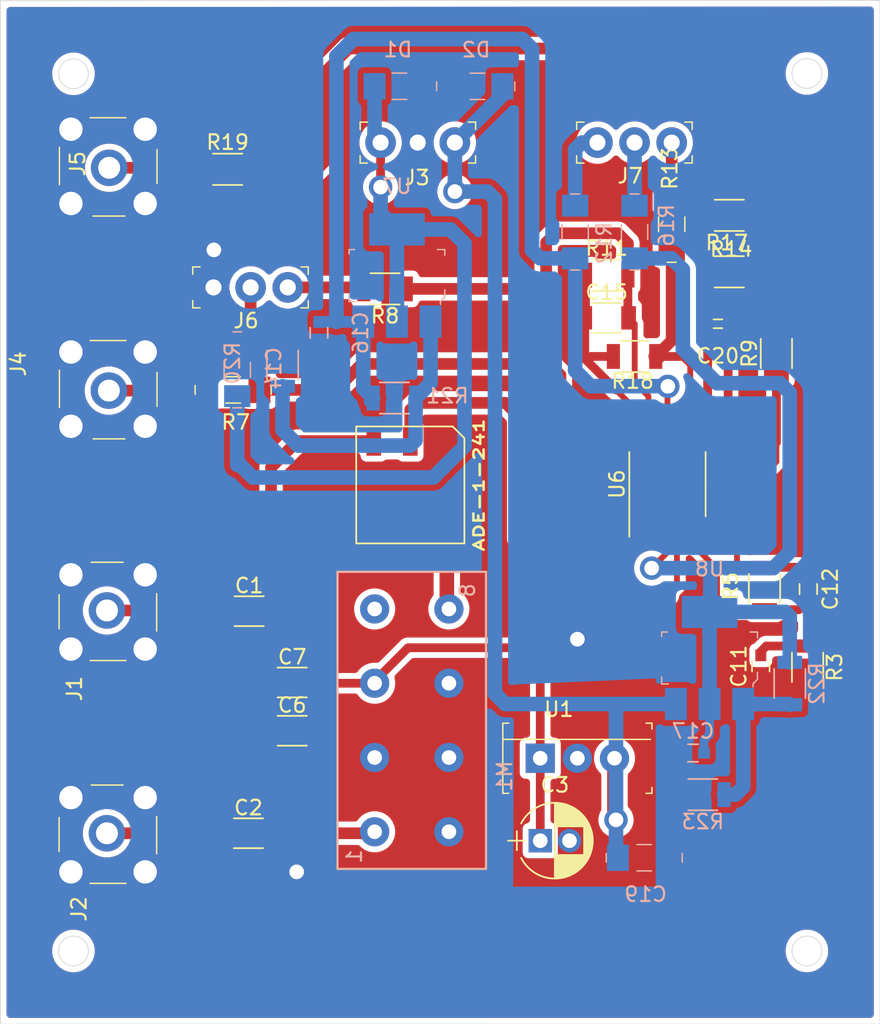
<source format=kicad_pcb>
(kicad_pcb (version 20171130) (host pcbnew "(5.1.10)-1")
  (layers (0 F.Cu signal) (31 B.Cu signal) (34 B.Paste user) (35 F.Paste user hide) (36 B.SilkS user) (37 F.SilkS user hide) (38 B.Mask user) (39 F.Mask user hide) (44 Edge.Cuts user))
  (net 0 "")
  (net 1 GND)
  (net 2 +5V)
  (net 3 -5V)
  (net 4 "Net-(C1-Pad1)")
  (net 5 "Net-(C2-Pad1)")
  (net 6 "Net-(C2-Pad2)")
  (net 7 +12V)
  (net 8 -15V)
  (net 9 +15V)
  (net 10 "Net-(C15-Pad1)")
  (net 11 "Net-(C15-Pad2)")
  (net 12 "Net-(R9-Pad1)")
  (net 13 "Net-(R13-Pad1)")
  (net 14 "Net-(C11-Pad2)")
  (net 15 "Net-(C12-Pad1)")
  (net 16 "Net-(J4-Pad2)")
  (net 17 "Net-(J5-Pad2)")
  (net 18 "Net-(R22-Pad1)")
  (net 19 "Net-(ADE-1-241-Pad3)")
  (net 20 "Net-(ADE-1-241-Pad2)")
  (net 21 "Net-(ADE-1-241-Pad6)")
  (net 22 "Net-(C20-Pad2)")
  (net 23 "Net-(C20-Pad1)")
  (net 24 "Net-(R20-Pad1)")
  (net 25 "Net-(J6-Pad1)")
  (net 26 "Net-(J7-Pad1)")
  (net 27 "Net-(J7-Pad2)")
  (net 28 "Net-(J7-Pad3)")
  (module Minicircuit:A05 (layer B.Cu) (at 153.8874 117.4448 90)
    (fp_text reference M1 (at 3.81 3.81 90) (layer B.SilkS) (effects (justify mirror)))
    (fp_text value MAN1LN-mc-amplifiers)
    (fp_text user 8 (at 16.51 1.27 90) (layer B.SilkS) (effects (justify mirror)))
    (fp_text user 1 (at -1.69 -6.47 90) (layer B.SilkS) (effects (justify mirror)))
    (pad 7 thru_hole circle (at 15.24 -5.08 90) (size 2 2) (drill 1) (layers *.Cu *.Mask))
    (pad 5 thru_hole circle (at 10.16 -5.08 90) (size 2 2) (drill 1) (layers *.Cu *.Mask) (net 7 +12V))
    (pad 3 thru_hole circle (at 5.08 -5.08 90) (size 2 2) (drill 1) (layers *.Cu *.Mask) (net 1 GND))
    (pad 1 thru_hole circle (at 0 -5.08 90) (size 2 2) (drill 1) (layers *.Cu *.Mask) (net 6 "Net-(C2-Pad2)"))
    (pad 8 thru_hole circle (at 15.24 0 90) (size 2 2) (drill 1) (layers *.Cu *.Mask) (net 21 "Net-(ADE-1-241-Pad6)"))
    (pad 6 thru_hole circle (at 10.16 0 90) (size 2 2) (drill 1) (layers *.Cu *.Mask) (net 1 GND))
    (pad 4 thru_hole circle (at 5.08 0 90) (size 2 2) (drill 1) (layers *.Cu *.Mask) (net 1 GND))
    (pad 2 thru_hole circle (at 0 0 90) (size 2 2) (drill 1) (layers *.Cu *.Mask) (net 1 GND))
  )
  (module Package_SO:TSSOP-14_4.4x5mm_P0.65mm (layer F.Cu) (at 168.83784 93.66778 90)
    (fp_text reference U6 (at 0 -3.45 90) (layer F.SilkS))
    (fp_text value OPA1604)
    (pad 14 smd roundrect (at 2.8625 -1.95 90) (size 1.475 0.4) (layers F.Cu F.Paste F.Mask) (net 10 "Net-(C15-Pad1)"))
    (pad 13 smd roundrect (at 2.8625 -1.3 90) (size 1.475 0.4) (layers F.Cu F.Paste F.Mask) (net 11 "Net-(C15-Pad2)"))
    (pad 12 smd roundrect (at 2.8625 -0.65 90) (size 1.475 0.4) (layers F.Cu F.Paste F.Mask) (net 12 "Net-(R9-Pad1)"))
    (pad 11 smd roundrect (at 2.8625 0 90) (size 1.475 0.4) (layers F.Cu F.Paste F.Mask) (net 3 -5V))
    (pad 10 smd roundrect (at 2.8625 0.65 90) (size 1.475 0.4) (layers F.Cu F.Paste F.Mask) (net 13 "Net-(R13-Pad1)"))
    (pad 9 smd roundrect (at 2.8625 1.3 90) (size 1.475 0.4) (layers F.Cu F.Paste F.Mask) (net 22 "Net-(C20-Pad2)"))
    (pad 8 smd roundrect (at 2.8625 1.95 90) (size 1.475 0.4) (layers F.Cu F.Paste F.Mask) (net 23 "Net-(C20-Pad1)"))
    (pad 7 smd roundrect (at -2.8625 1.95 90) (size 1.475 0.4) (layers F.Cu F.Paste F.Mask) (net 15 "Net-(C12-Pad1)"))
    (pad 6 smd roundrect (at -2.8625 1.3 90) (size 1.475 0.4) (layers F.Cu F.Paste F.Mask) (net 14 "Net-(C11-Pad2)"))
    (pad 5 smd roundrect (at -2.8625 0.65 90) (size 1.475 0.4) (layers F.Cu F.Paste F.Mask) (net 20 "Net-(ADE-1-241-Pad2)"))
    (pad 4 smd roundrect (at -2.8625 0 90) (size 1.475 0.4) (layers F.Cu F.Paste F.Mask) (net 2 +5V))
    (pad 3 smd roundrect (at -2.8625 -0.65 90) (size 1.475 0.4) (layers F.Cu F.Paste F.Mask))
    (pad 2 smd roundrect (at -2.8625 -1.3 90) (size 1.475 0.4) (layers F.Cu F.Paste F.Mask))
    (pad 1 smd roundrect (at -2.8625 -1.95 90) (size 1.475 0.4) (layers F.Cu F.Paste F.Mask))
  )
  (module PDH-simplified:Photodiode_1206 (layer B.Cu) (at 155.84574 66.4543 180)
    (fp_text reference D2 (at 0.1 2.5) (layer B.SilkS) (effects (justify mirror)))
    (fp_text value D)
    (pad A smd rect (at 1.7 0 180) (size 1.5 1.8) (layers B.Cu B.Paste B.Mask) (net 1 GND))
    (pad K smd rect (at -1.7 0 180) (size 1.5 1.8) (layers B.Cu B.Paste B.Mask) (net 9 +15V))
  )
  (module PDH-simplified:Photodiode_1206 (layer B.Cu) (at 150.49904 66.44922 180)
    (fp_text reference D1 (at 0.1 2.5) (layer B.SilkS) (effects (justify mirror)))
    (fp_text value D)
    (pad A smd rect (at 1.7 0 180) (size 1.5 1.8) (layers B.Cu B.Paste B.Mask) (net 8 -15V))
    (pad K smd rect (at -1.7 0 180) (size 1.5 1.8) (layers B.Cu B.Paste B.Mask) (net 1 GND))
  )
  (module digikey-footprints.pretty:1206 (layer F.Cu) (at 169.1274 75.8904 90)
    (fp_text reference R13 (at 3.81 -0.13 90) (layer F.SilkS))
    (fp_text value 10kR)
    (pad 2 smd rect (at 1.8 0 90) (size 1.5 1.8) (layers F.Cu F.Paste F.Mask) (net 26 "Net-(J7-Pad1)"))
    (pad 1 smd rect (at -1.8 0 90) (size 1.5 1.8) (layers F.Cu F.Paste F.Mask) (net 13 "Net-(R13-Pad1)"))
  )
  (module digikey-footprints.pretty:1206 (layer B.Cu) (at 162.5234 76.4204 90)
    (fp_text reference R12 (at -0.762 1.9812 270) (layer B.SilkS) (effects (justify mirror)))
    (fp_text value 5kR)
    (pad 2 smd rect (at 1.8 0 90) (size 1.5 1.8) (layers B.Cu B.Paste B.Mask) (net 28 "Net-(J7-Pad3)"))
    (pad 1 smd rect (at -1.8 0 90) (size 1.5 1.8) (layers B.Cu B.Paste B.Mask) (net 3 -5V))
  )
  (module digikey-footprints.pretty:1206 (layer B.Cu) (at 166.5874 76.4204 90)
    (fp_text reference R16 (at 0.4572 2.1844 90) (layer B.SilkS) (effects (justify mirror)))
    (fp_text value 5kR)
    (pad 2 smd rect (at 1.8 0 90) (size 1.5 1.8) (layers B.Cu B.Paste B.Mask) (net 27 "Net-(J7-Pad2)"))
    (pad 1 smd rect (at -1.8 0 90) (size 1.5 1.8) (layers B.Cu B.Paste B.Mask) (net 2 +5V))
  )
  (module PDH-simplified:TO-220-3 (layer F.Cu) (at 160.1358 112.4156)
    (fp_text reference U1 (at 1.27 -3.35) (layer F.SilkS))
    (fp_text value LM78L12_TO92)
    (pad 3 thru_hole circle (at 5.08 0) (size 2 2) (drill 1) (layers *.Cu *.Mask) (net 9 +15V))
    (pad 2 thru_hole circle (at 2.54 0) (size 2 2) (drill 1) (layers *.Cu *.Mask) (net 1 GND))
    (pad 1 thru_hole rect (at 0 0) (size 2 2) (drill 1) (layers *.Cu *.Mask) (net 7 +12V))
  )
  (module digikey-footprints.pretty:1206 (layer F.Cu) (at 139.1266 87.2188)
    (fp_text reference R7 (at 0.1778 2.2098 -180) (layer F.SilkS))
    (fp_text value 50R)
    (pad 2 smd rect (at 1.8 0) (size 1.5 1.8) (layers F.Cu F.Paste F.Mask) (net 15 "Net-(C12-Pad1)"))
    (pad 1 smd rect (at -1.8 0) (size 1.5 1.8) (layers F.Cu F.Paste F.Mask) (net 16 "Net-(J4-Pad2)"))
  )
  (module digikey-footprints.pretty:1206 (layer B.Cu) (at 139.4094 85.8472 90)
    (fp_text reference C14 (at 0.1 2.5 270) (layer B.SilkS) (effects (justify mirror)))
    (fp_text value 1uF)
    (pad 2 smd rect (at 1.8 0 90) (size 1.5 1.8) (layers B.Cu B.Paste B.Mask) (net 1 GND))
    (pad 1 smd rect (at -1.8 0 90) (size 1.5 1.8) (layers B.Cu B.Paste B.Mask) (net 8 -15V))
  )
  (module PDH-simplified:SOT-223 (layer B.Cu) (at 171.7182 105.5576 180)
    (fp_text reference U8 (at 0 6.1 180) (layer B.SilkS) (effects (justify mirror)))
    (fp_text value LM317_SOT-223)
    (pad 4 smd rect (at 0 3.15 180) (size 3.8 2.2) (layers B.Cu B.Paste B.Mask) (net 2 +5V))
    (pad 1 smd rect (at -2.3 -3.15 180) (size 1.5 2.2) (layers B.Cu B.Paste B.Mask) (net 18 "Net-(R22-Pad1)"))
    (pad 2 smd rect (at 0 -3.15 180) (size 1.5 2.2) (layers B.Cu B.Paste B.Mask) (net 2 +5V))
    (pad 3 smd rect (at 2.3 -3.15 180) (size 1.5 2.2) (layers B.Cu B.Paste B.Mask) (net 9 +15V))
  )
  (module PDH-simplified:SOT-223 (layer B.Cu) (at 150.3314 79.3956 180)
    (fp_text reference U7 (at 0 6.1) (layer B.SilkS) (effects (justify mirror)))
    (fp_text value LM337_SOT223)
    (pad 4 smd rect (at 0 3.15 180) (size 3.8 2.2) (layers B.Cu B.Paste B.Mask) (net 8 -15V))
    (pad 1 smd rect (at -2.3 -3.15 180) (size 1.5 2.2) (layers B.Cu B.Paste B.Mask) (net 24 "Net-(R20-Pad1)"))
    (pad 2 smd rect (at 0 -3.15 180) (size 1.5 2.2) (layers B.Cu B.Paste B.Mask) (net 8 -15V))
    (pad 3 smd rect (at 2.3 -3.15 180) (size 1.5 2.2) (layers B.Cu B.Paste B.Mask) (net 3 -5V))
  )
  (module digikey-footprints.pretty:0603 (layer F.Cu) (at 172.2882 82.6976 180)
    (fp_text reference C20 (at 0 -2.2) (layer F.SilkS))
    (fp_text value 1nF)
    (pad 1 smd rect (at -0.7 0 180) (size 0.6 0.8) (layers F.Cu F.Paste F.Mask) (net 23 "Net-(C20-Pad1)"))
    (pad 2 smd rect (at 0.7 0 180) (size 0.6 0.8) (layers F.Cu F.Paste F.Mask) (net 22 "Net-(C20-Pad2)"))
  )
  (module digikey-footprints.pretty:1206 (layer B.Cu) (at 167.2478 119.2228)
    (fp_text reference C19 (at 0.1 2.5 180) (layer B.SilkS) (effects (justify mirror)))
    (fp_text value 1uF)
    (pad 2 smd rect (at 1.8 0) (size 1.5 1.8) (layers B.Cu B.Paste B.Mask) (net 1 GND))
    (pad 1 smd rect (at -1.8 0) (size 1.5 1.8) (layers B.Cu B.Paste B.Mask) (net 9 +15V))
  )
  (module digikey-footprints.pretty:PinHeader_1x3_P2.54_Drill1.1mm (layer F.Cu) (at 142.8638 80.2084 180)
    (fp_text reference J6 (at 2.85 -2.28) (layer F.SilkS))
    (fp_text value Conn_01x03_Male)
    (pad 3 thru_hole circle (at 5.08 0 180) (size 2.1 2.1) (drill 1.1) (layers *.Cu *.Mask) (net 1 GND))
    (pad 2 thru_hole circle (at 2.54 0 180) (size 2.1 2.1) (drill 1.1) (layers *.Cu *.Mask) (net 16 "Net-(J4-Pad2)"))
    (pad 1 thru_hole circle (at 0 0 180) (size 2.1 2.1) (drill 1.1) (layers *.Cu *.Mask) (net 25 "Net-(J6-Pad1)"))
  )
  (module digikey-footprints.pretty:PinHeader_1x3_P2.54_Drill1.1mm (layer F.Cu) (at 169.1274 70.3024 180)
    (fp_text reference J7 (at 2.85 -2.28) (layer F.SilkS))
    (fp_text value Conn_01x03_Male)
    (pad 3 thru_hole circle (at 5.08 0 180) (size 2.1 2.1) (drill 1.1) (layers *.Cu *.Mask) (net 28 "Net-(J7-Pad3)"))
    (pad 2 thru_hole circle (at 2.54 0 180) (size 2.1 2.1) (drill 1.1) (layers *.Cu *.Mask) (net 27 "Net-(J7-Pad2)"))
    (pad 1 thru_hole circle (at 0 0 180) (size 2.1 2.1) (drill 1.1) (layers *.Cu *.Mask) (net 26 "Net-(J7-Pad1)"))
  )
  (module digikey-footprints:PinHeader_1x3_P2.54_Drill1.1mm (layer F.Cu) (at 149.2138 70.3024)
    (fp_text reference J3 (at 2.5 2.4) (layer F.SilkS))
    (fp_text value Conn_01x03_Male)
    (pad 1 thru_hole circle (at 0 0) (size 2.1 2.1) (drill 1.1) (layers *.Cu *.Mask) (net 8 -15V))
    (pad 2 thru_hole circle (at 2.54 0) (size 2.1 2.1) (drill 1.1) (layers *.Cu *.Mask) (net 1 GND))
    (pad 3 thru_hole circle (at 5.08 0) (size 2.1 2.1) (drill 1.1) (layers *.Cu *.Mask) (net 9 +15V))
  )
  (module digikey-footprints:RF_SMA_Vertical_5-1814832-1 (layer F.Cu) (at 130.5702 102.408 90)
    (fp_text reference J1 (at -5.25 -2.3 90) (layer F.SilkS))
    (fp_text value Conn_Coaxial)
    (pad 1 thru_hole circle (at -2.54 2.54 90) (size 2.6 2.6) (drill 1.6) (layers *.Cu *.Mask) (net 1 GND))
    (pad 1 thru_hole circle (at 2.54 2.54 90) (size 2.6 2.6) (drill 1.6) (layers *.Cu *.Mask) (net 1 GND))
    (pad 1 thru_hole circle (at 2.54 -2.54 90) (size 2.6 2.6) (drill 1.6) (layers *.Cu *.Mask) (net 1 GND))
    (pad 1 thru_hole circle (at -2.54 -2.54 90) (size 2.6 2.6) (drill 1.6) (layers *.Cu *.Mask) (net 1 GND))
    (pad 2 thru_hole circle (at 0.1 -0.075 90) (size 2.5 2.5) (drill 1.5) (layers *.Cu *.Mask) (net 4 "Net-(C1-Pad1)"))
  )
  (module Resistors_SMD:R_1206 (layer B.Cu) (at 142.5082 85.5192 90)
    (fp_text reference R20 (at 0.127 -3.429 270) (layer B.SilkS) (effects (justify mirror)))
    (fp_text value -kR)
    (pad 2 smd rect (at 1.45 0 90) (size 0.9 1.7) (layers B.Cu B.Paste B.Mask) (net 1 GND))
    (pad 1 smd rect (at -1.45 0 90) (size 0.9 1.7) (layers B.Cu B.Paste B.Mask) (net 24 "Net-(R20-Pad1)"))
  )
  (module Resistors_SMD:R_1206 (layer F.Cu) (at 178.4238 106.1904 270)
    (fp_text reference R3 (at 0 -1.85 90) (layer F.SilkS))
    (fp_text value 5.1kR)
    (pad 1 smd rect (at -1.45 0 270) (size 0.9 1.7) (layers F.Cu F.Paste F.Mask) (net 14 "Net-(C11-Pad2)"))
    (pad 2 smd rect (at 1.45 0 270) (size 0.9 1.7) (layers F.Cu F.Paste F.Mask) (net 1 GND))
  )
  (module Resistors_SMD:R_1206 (layer F.Cu) (at 138.749 72.1312)
    (fp_text reference R19 (at 0 -1.85) (layer F.SilkS))
    (fp_text value 50R)
    (pad 1 smd rect (at -1.45 0) (size 0.9 1.7) (layers F.Cu F.Paste F.Mask) (net 17 "Net-(J5-Pad2)"))
    (pad 2 smd rect (at 1.45 0) (size 0.9 1.7) (layers F.Cu F.Paste F.Mask) (net 23 "Net-(C20-Pad1)"))
  )
  (module PDH-simplified:ADE-1-24 (layer F.Cu) (at 151.2458 93.7212 180)
    (fp_text reference ADE-1-241 (at -4.7 0 90) (layer F.SilkS) (effects (font (size 0.7 1) (thickness 0.175))))
    (fp_text value ADE-1-24)
    (pad 3 smd rect (at 2.5 3 180) (size 1 2) (layers F.Cu F.Paste F.Mask) (net 19 "Net-(ADE-1-241-Pad3)"))
    (pad 4 smd rect (at 2.5 -3 180) (size 1 2) (layers F.Cu F.Paste F.Mask) (net 1 GND))
    (pad 2 smd rect (at 0 3 180) (size 1 2) (layers F.Cu F.Paste F.Mask) (net 20 "Net-(ADE-1-241-Pad2)"))
    (pad 5 smd rect (at 0 -3 180) (size 1 2) (layers F.Cu F.Paste F.Mask) (net 1 GND))
    (pad 1 smd rect (at -2.5 3 180) (size 1 2) (layers F.Cu F.Paste F.Mask) (net 1 GND))
    (pad 6 smd rect (at -2.5 -3 180) (size 1 2) (layers F.Cu F.Paste F.Mask) (net 21 "Net-(ADE-1-241-Pad6)"))
  )
  (module Resistors_SMD:R_1206 (layer B.Cu) (at 171.261 114.9048)
    (fp_text reference R23 (at 0 1.85 180) (layer B.SilkS) (effects (justify mirror)))
    (fp_text value -kR)
    (pad 1 smd rect (at -1.45 0) (size 0.9 1.7) (layers B.Cu B.Paste B.Mask) (net 1 GND))
    (pad 2 smd rect (at 1.45 0) (size 0.9 1.7) (layers B.Cu B.Paste B.Mask) (net 18 "Net-(R22-Pad1)"))
  )
  (module Resistors_SMD:R_1206 (layer B.Cu) (at 177.2046 107.308 90)
    (fp_text reference R22 (at 0 1.85 270) (layer B.SilkS) (effects (justify mirror)))
    (fp_text value -kR)
    (pad 1 smd rect (at -1.45 0 90) (size 0.9 1.7) (layers B.Cu B.Paste B.Mask) (net 18 "Net-(R22-Pad1)"))
    (pad 2 smd rect (at 1.45 0 90) (size 0.9 1.7) (layers B.Cu B.Paste B.Mask) (net 2 +5V))
  )
  (module Resistors_SMD:R_1206 (layer B.Cu) (at 150.1558 87.7776 180)
    (fp_text reference R21 (at -3.63 0.15 180) (layer B.SilkS) (effects (justify mirror)))
    (fp_text value -kR)
    (pad 2 smd rect (at 1.45 0 180) (size 0.9 1.7) (layers B.Cu B.Paste B.Mask) (net 3 -5V))
    (pad 1 smd rect (at -1.45 0 180) (size 0.9 1.7) (layers B.Cu B.Paste B.Mask) (net 24 "Net-(R20-Pad1)"))
  )
  (module Resistors_SMD:R_1206 (layer F.Cu) (at 166.5874 84.9328 180)
    (fp_text reference R18 (at 0.13 -1.69) (layer F.SilkS))
    (fp_text value 10kR)
    (pad 1 smd rect (at -1.45 0 180) (size 0.9 1.7) (layers F.Cu F.Paste F.Mask) (net 13 "Net-(R13-Pad1)"))
    (pad 2 smd rect (at 1.45 0 180) (size 0.9 1.7) (layers F.Cu F.Paste F.Mask) (net 10 "Net-(C15-Pad1)"))
  )
  (module Resistors_SMD:R_1206 (layer F.Cu) (at 173.0666 79.1416 180)
    (fp_text reference R17 (at 0.17 1.99) (layer F.SilkS))
    (fp_text value 10kR)
    (pad 1 smd rect (at -1.45 0 180) (size 0.9 1.7) (layers F.Cu F.Paste F.Mask) (net 23 "Net-(C20-Pad1)"))
    (pad 2 smd rect (at 1.45 0 180) (size 0.9 1.7) (layers F.Cu F.Paste F.Mask) (net 22 "Net-(C20-Pad2)"))
  )
  (module Resistors_SMD:R_1206 (layer F.Cu) (at 173.0666 75.2808)
    (fp_text reference R14 (at 0.13 2.31) (layer F.SilkS))
    (fp_text value 10kR)
    (pad 1 smd rect (at -1.45 0) (size 0.9 1.7) (layers F.Cu F.Paste F.Mask) (net 22 "Net-(C20-Pad2)"))
    (pad 2 smd rect (at 1.45 0) (size 0.9 1.7) (layers F.Cu F.Paste F.Mask) (net 1 GND))
  )
  (module Resistors_SMD:R_1206 (layer F.Cu) (at 164.6802 79.3702)
    (fp_text reference R11 (at 0 -1.85) (layer F.SilkS))
    (fp_text value 10kR)
    (pad 1 smd rect (at -1.45 0) (size 0.9 1.7) (layers F.Cu F.Paste F.Mask) (net 10 "Net-(C15-Pad1)"))
    (pad 2 smd rect (at 1.45 0) (size 0.9 1.7) (layers F.Cu F.Paste F.Mask) (net 11 "Net-(C15-Pad2)"))
  )
  (module Resistors_SMD:R_1206 (layer F.Cu) (at 176.2902 84.7296 90)
    (fp_text reference R9 (at 0 -1.85 90) (layer F.SilkS))
    (fp_text value 100R)
    (pad 1 smd rect (at -1.45 0 90) (size 0.9 1.7) (layers F.Cu F.Paste F.Mask) (net 12 "Net-(R9-Pad1)"))
    (pad 2 smd rect (at 1.45 0 90) (size 0.9 1.7) (layers F.Cu F.Paste F.Mask) (net 1 GND))
  )
  (module Resistors_SMD:R_1206 (layer F.Cu) (at 149.5186 80.31 180)
    (fp_text reference R8 (at 0 -1.85) (layer F.SilkS))
    (fp_text value 1kR)
    (pad 1 smd rect (at -1.45 0 180) (size 0.9 1.7) (layers F.Cu F.Paste F.Mask) (net 11 "Net-(C15-Pad2)"))
    (pad 2 smd rect (at 1.45 0 180) (size 0.9 1.7) (layers F.Cu F.Paste F.Mask) (net 25 "Net-(J6-Pad1)"))
  )
  (module Resistors_SMD:R_1206 (layer F.Cu) (at 175.4774 100.8056 270)
    (fp_text reference R5 (at -0.16 2.33 90) (layer F.SilkS))
    (fp_text value "22 kOmh")
    (pad 1 smd rect (at -1.45 0 270) (size 0.9 1.7) (layers F.Cu F.Paste F.Mask) (net 15 "Net-(C12-Pad1)"))
    (pad 2 smd rect (at 1.45 0 270) (size 0.9 1.7) (layers F.Cu F.Paste F.Mask) (net 14 "Net-(C11-Pad2)"))
  )
  (module digikey-footprints:RF_SMA_Vertical_5-1814832-1 (layer F.Cu) (at 130.5702 87.168 270)
    (fp_text reference J4 (at -1.73 6.14 90) (layer F.SilkS))
    (fp_text value Conn_Coaxial)
    (pad 1 thru_hole circle (at -2.54 2.54 270) (size 2.6 2.6) (drill 1.6) (layers *.Cu *.Mask) (net 1 GND))
    (pad 1 thru_hole circle (at 2.54 2.54 270) (size 2.6 2.6) (drill 1.6) (layers *.Cu *.Mask) (net 1 GND))
    (pad 1 thru_hole circle (at 2.54 -2.54 270) (size 2.6 2.6) (drill 1.6) (layers *.Cu *.Mask) (net 1 GND))
    (pad 1 thru_hole circle (at -2.54 -2.54 270) (size 2.6 2.6) (drill 1.6) (layers *.Cu *.Mask) (net 1 GND))
    (pad 2 thru_hole circle (at 0.1 -0.055 270) (size 2.5 2.5) (drill 1.5) (layers *.Cu *.Mask) (net 16 "Net-(J4-Pad2)"))
  )
  (module Capacitors_SMD:C_0603 (layer B.Cu) (at 170.5886 112.06 180)
    (fp_text reference C17 (at 0 1.5) (layer B.SilkS) (effects (justify mirror)))
    (fp_text value 1uF)
    (pad 2 smd rect (at 0.75 0 180) (size 0.8 0.75) (layers B.Cu B.Paste B.Mask) (net 1 GND))
    (pad 1 smd rect (at -0.75 0 180) (size 0.8 0.75) (layers B.Cu B.Paste B.Mask) (net 2 +5V))
  )
  (module Capacitors_SMD:C_0603 (layer B.Cu) (at 144.9974 83.3192 270)
    (fp_text reference C16 (at 0 -2.846 270) (layer B.SilkS) (effects (justify mirror)))
    (fp_text value 1uF)
    (pad 1 smd rect (at -0.75 0 270) (size 0.8 0.75) (layers B.Cu B.Paste B.Mask) (net 3 -5V))
    (pad 2 smd rect (at 0.75 0 270) (size 0.8 0.75) (layers B.Cu B.Paste B.Mask) (net 1 GND))
  )
  (module Capacitors_SMD:C_1206 (layer F.Cu) (at 164.6802 82.2912)
    (fp_text reference C15 (at 0 -1.75) (layer F.SilkS))
    (fp_text value 1nF)
    (pad 1 smd rect (at -1.5 0) (size 1 1.6) (layers F.Cu F.Paste F.Mask) (net 10 "Net-(C15-Pad1)"))
    (pad 2 smd rect (at 1.5 0) (size 1 1.6) (layers F.Cu F.Paste F.Mask) (net 11 "Net-(C15-Pad2)"))
  )
  (module Capacitors_SMD:C_0603 (layer F.Cu) (at 178.4746 100.8452 270)
    (fp_text reference C12 (at 0 -1.5 90) (layer F.SilkS))
    (fp_text value 10nF)
    (pad 2 smd rect (at 0.75 0 270) (size 0.8 0.75) (layers F.Cu F.Paste F.Mask) (net 14 "Net-(C11-Pad2)"))
    (pad 1 smd rect (at -0.75 0 270) (size 0.8 0.75) (layers F.Cu F.Paste F.Mask) (net 15 "Net-(C12-Pad1)"))
  )
  (module Capacitors_SMD:C_0603 (layer F.Cu) (at 175.2234 106.1284 90)
    (fp_text reference C11 (at 0 -1.5 90) (layer F.SilkS))
    (fp_text value 1pF)
    (pad 2 smd rect (at 0.75 0 90) (size 0.8 0.75) (layers F.Cu F.Paste F.Mask) (net 14 "Net-(C11-Pad2)"))
    (pad 1 smd rect (at -0.75 0 90) (size 0.8 0.75) (layers F.Cu F.Paste F.Mask) (net 1 GND))
  )
  (module Capacitors_SMD:C_1206 (layer F.Cu) (at 143.1686 107.234)
    (fp_text reference C7 (at 0 -1.75) (layer F.SilkS))
    (fp_text value 4.7uF)
    (pad 1 smd rect (at -1.5 0) (size 1 1.6) (layers F.Cu F.Paste F.Mask) (net 1 GND))
    (pad 2 smd rect (at 1.5 0) (size 1 1.6) (layers F.Cu F.Paste F.Mask) (net 7 +12V))
  )
  (module Capacitors_SMD:C_1206 (layer F.Cu) (at 143.1686 110.536)
    (fp_text reference C6 (at 0 -1.75) (layer F.SilkS))
    (fp_text value 10nF)
    (pad 1 smd rect (at -1.5 0) (size 1 1.6) (layers F.Cu F.Paste F.Mask) (net 1 GND))
    (pad 2 smd rect (at 1.5 0) (size 1 1.6) (layers F.Cu F.Paste F.Mask) (net 7 +12V))
  )
  (module Capacitors_THT:CP_Radial_D5.0mm_P2.00mm (layer F.Cu) (at 160.1358 118.0544)
    (fp_text reference C3 (at 1 -3.81) (layer F.SilkS))
    (fp_text value 0.1uF)
    (pad 1 thru_hole rect (at 0 0) (size 1.6 1.6) (drill 1) (layers *.Cu *.Mask) (net 7 +12V))
    (pad 2 thru_hole circle (at 2 0) (size 1.6 1.6) (drill 1) (layers *.Cu *.Mask) (net 1 GND))
  )
  (module Capacitors_SMD:C_1206 (layer F.Cu) (at 140.1714 117.5464)
    (fp_text reference C2 (at 0 -1.75) (layer F.SilkS))
    (fp_text value 10nF)
    (pad 1 smd rect (at -1.5 0) (size 1 1.6) (layers F.Cu F.Paste F.Mask) (net 5 "Net-(C2-Pad1)"))
    (pad 2 smd rect (at 1.5 0) (size 1 1.6) (layers F.Cu F.Paste F.Mask) (net 6 "Net-(C2-Pad2)"))
  )
  (module Capacitors_SMD:C_1206 (layer F.Cu) (at 140.2222 102.3572)
    (fp_text reference C1 (at 0 -1.75) (layer F.SilkS))
    (fp_text value 10nF)
    (pad 1 smd rect (at -1.5 0) (size 1 1.6) (layers F.Cu F.Paste F.Mask) (net 4 "Net-(C1-Pad1)"))
    (pad 2 smd rect (at 1.5 0) (size 1 1.6) (layers F.Cu F.Paste F.Mask) (net 19 "Net-(ADE-1-241-Pad3)"))
  )
  (module digikey-footprints:RF_SMA_Vertical_5-1814832-1 (layer F.Cu) (at 130.5702 71.928 270)
    (fp_text reference J5 (at -0.1778 2.0828 90) (layer F.SilkS))
    (fp_text value Conn_Coaxial)
    (pad 1 thru_hole circle (at -2.54 2.54 270) (size 2.6 2.6) (drill 1.6) (layers *.Cu *.Mask) (net 1 GND))
    (pad 1 thru_hole circle (at 2.54 2.54 270) (size 2.6 2.6) (drill 1.6) (layers *.Cu *.Mask) (net 1 GND))
    (pad 1 thru_hole circle (at 2.54 -2.54 270) (size 2.6 2.6) (drill 1.6) (layers *.Cu *.Mask) (net 1 GND))
    (pad 1 thru_hole circle (at -2.54 -2.54 270) (size 2.6 2.6) (drill 1.6) (layers *.Cu *.Mask) (net 1 GND))
    (pad 2 thru_hole circle (at 0.1 -0.075 270) (size 2.5 2.5) (drill 1.5) (layers *.Cu *.Mask) (net 17 "Net-(J5-Pad2)"))
  )
  (module digikey-footprints:RF_SMA_Vertical_5-1814832-1 (layer F.Cu) (at 130.5702 117.648 90)
    (fp_text reference J2 (at -5.075 -1.99 90) (layer F.SilkS))
    (fp_text value Conn_Coaxial)
    (pad 1 thru_hole circle (at -2.54 2.54 90) (size 2.6 2.6) (drill 1.6) (layers *.Cu *.Mask) (net 1 GND))
    (pad 1 thru_hole circle (at 2.54 2.54 90) (size 2.6 2.6) (drill 1.6) (layers *.Cu *.Mask) (net 1 GND))
    (pad 1 thru_hole circle (at 2.54 -2.54 90) (size 2.6 2.6) (drill 1.6) (layers *.Cu *.Mask) (net 1 GND))
    (pad 1 thru_hole circle (at -2.54 -2.54 90) (size 2.6 2.6) (drill 1.6) (layers *.Cu *.Mask) (net 1 GND))
    (pad 2 thru_hole circle (at 0.1 -0.075 90) (size 2.5 2.5) (drill 1.5) (layers *.Cu *.Mask) (net 5 "Net-(C2-Pad1)"))
  )
  (gr_circle (center 178.3768 65.5742) (end 179.3968 65.5742) (layer Edge.Cuts) (width 0.05))
  (gr_circle (center 178.3768 125.59692) (end 179.3968 125.59692) (layer Edge.Cuts) (width 0.05))
  (gr_circle (center 128.2042 125.59946) (end 129.2242 125.59946) (layer Edge.Cuts) (width 0.05))
  (gr_circle (center 128.2042 65.5996) (end 129.2242 65.5996) (layer Edge.Cuts) (width 0.05))
  (gr_line (start 123.204 130.602) (end 183.3768 130.5996) (layer Edge.Cuts) (width 0.05))
  (gr_line (start 183.3768 130.5996) (end 183.3768 60.5742) (layer Edge.Cuts) (width 0.05))
  (gr_line (start 123.204 60.602) (end 183.3768 60.5742) (layer Edge.Cuts) (width 0.05))
  (gr_line (start 123.204 130.602) (end 123.204 60.602) (layer Edge.Cuts) (width 0.05))
  (segment (start 133.1102 120.188) (end 128.0302 120.188) (width 1) (layer F.Cu) (net 1))
  (segment (start 128.0302 115.108) (end 128.0302 120.188) (width 1) (layer F.Cu) (net 1))
  (segment (start 128.0302 115.108) (end 133.1102 115.108) (width 1) (layer F.Cu) (net 1))
  (segment (start 128.0302 115.108) (end 128.0302 104.948) (width 1) (layer F.Cu) (net 1))
  (segment (start 128.0302 104.948) (end 133.1102 104.948) (width 1) (layer F.Cu) (net 1))
  (segment (start 128.0302 104.948) (end 128.0302 99.868) (width 1) (layer F.Cu) (net 1))
  (segment (start 133.1102 99.868) (end 128.0302 99.868) (width 1) (layer F.Cu) (net 1))
  (segment (start 128.0302 99.868) (end 128.0302 89.708) (width 1) (layer F.Cu) (net 1))
  (segment (start 128.0302 89.708) (end 133.1102 89.708) (width 1) (layer F.Cu) (net 1))
  (segment (start 128.0302 89.708) (end 128.0302 84.628) (width 1) (layer F.Cu) (net 1))
  (segment (start 128.0302 84.628) (end 133.1102 84.628) (width 1) (layer F.Cu) (net 1))
  (segment (start 128.0302 74.468) (end 133.1102 74.468) (width 1) (layer F.Cu) (net 1))
  (segment (start 128.0302 74.468) (end 128.0302 69.388) (width 1) (layer F.Cu) (net 1))
  (segment (start 128.0302 69.388) (end 133.1102 69.388) (width 1) (layer F.Cu) (net 1))
  (segment (start 148.8074 112.3648) (end 153.8874 112.3648) (width 1) (layer F.Cu) (net 1))
  (segment (start 153.8874 107.2848) (end 153.8874 117.4448) (width 1) (layer F.Cu) (net 1))
  (segment (start 133.1102 120.188) (end 143.4734 120.188) (width 1) (layer F.Cu) (net 1))
  (segment (start 153.8874 119.8324) (end 153.8874 117.4448) (width 1) (layer F.Cu) (net 1))
  (segment (start 153.5318 120.188) (end 153.8874 119.8324) (width 1) (layer F.Cu) (net 1))
  (segment (start 148.7458 96.7212) (end 151.2458 96.7212) (width 1) (layer F.Cu) (net 1))
  (segment (start 144.4386 104.948) (end 144.9466 104.44) (width 1) (layer F.Cu) (net 1))
  (segment (start 144.9466 104.44) (end 144.9466 97.328) (width 1) (layer F.Cu) (net 1))
  (segment (start 145.5534 96.7212) (end 148.7458 96.7212) (width 1) (layer F.Cu) (net 1))
  (segment (start 144.9466 97.328) (end 145.5534 96.7212) (width 1) (layer F.Cu) (net 1))
  (segment (start 141.6686 105.6832) (end 140.9334 104.948) (width 1) (layer F.Cu) (net 1))
  (segment (start 141.6686 107.234) (end 141.6686 105.6832) (width 1) (layer F.Cu) (net 1))
  (segment (start 140.9334 104.948) (end 144.4386 104.948) (width 1) (layer F.Cu) (net 1))
  (segment (start 133.1102 104.948) (end 140.9334 104.948) (width 1) (layer F.Cu) (net 1))
  (segment (start 141.6686 107.234) (end 141.6686 110.536) (width 1) (layer F.Cu) (net 1))
  (segment (start 162.6758 117.5144) (end 162.1358 118.0544) (width 1) (layer F.Cu) (net 1))
  (segment (start 162.6758 112.4156) (end 162.6758 117.5144) (width 1) (layer F.Cu) (net 1))
  (segment (start 153.5318 120.188) (end 162.2186 120.188) (width 1) (layer F.Cu) (net 1))
  (segment (start 162.6758 119.7308) (end 162.6758 117.5144) (width 1) (layer F.Cu) (net 1))
  (segment (start 162.2186 120.188) (end 162.6758 119.7308) (width 1) (layer F.Cu) (net 1))
  (segment (start 153.7458 90.7212) (end 156.323 90.7212) (width 1) (layer F.Cu) (net 1))
  (segment (start 156.323 90.7212) (end 156.4274 90.8256) (width 1) (layer F.Cu) (net 1))
  (segment (start 156.4274 90.8256) (end 156.4274 97.9884) (width 1) (layer F.Cu) (net 1))
  (segment (start 156.4274 97.9884) (end 157.8498 99.4108) (width 1) (layer F.Cu) (net 1))
  (segment (start 157.8498 99.4108) (end 157.8498 102.0524) (width 1) (layer F.Cu) (net 1))
  (segment (start 157.8498 102.0524) (end 158.7134 102.916) (width 1) (layer F.Cu) (net 1))
  (segment (start 158.7134 102.916) (end 161.7106 102.916) (width 1) (layer F.Cu) (net 1))
  (segment (start 161.7106 102.916) (end 162.6758 103.8812) (width 1) (layer F.Cu) (net 1))
  (segment (start 170.1434 106.6012) (end 170.1434 107.5388) (width 1) (layer F.Cu) (net 1))
  (segment (start 169.737 107.9452) (end 166.0286 107.9452) (width 1) (layer F.Cu) (net 1))
  (segment (start 170.1434 107.5388) (end 169.737 107.9452) (width 1) (layer F.Cu) (net 1))
  (segment (start 162.6758 107.9452) (end 162.6758 112.4156) (width 1) (layer F.Cu) (net 1))
  (segment (start 162.6758 103.8812) (end 162.6758 104.27236) (width 1) (layer F.Cu) (net 1))
  (segment (start 178.4238 107.6404) (end 175.579 107.6404) (width 0.6) (layer F.Cu) (net 1))
  (segment (start 175.2234 107.2848) (end 175.2234 106.8784) (width 0.6) (layer F.Cu) (net 1))
  (segment (start 175.579 107.6404) (end 175.2234 107.2848) (width 0.6) (layer F.Cu) (net 1))
  (segment (start 175.2742 107.9452) (end 175.579 107.6404) (width 0.6) (layer F.Cu) (net 1))
  (segment (start 169.737 107.9452) (end 175.2742 107.9452) (width 0.6) (layer F.Cu) (net 1))
  (segment (start 166.0286 107.9452) (end 162.6758 107.9452) (width 1) (layer F.Cu) (net 1))
  (segment (start 128.0302 80.3608) (end 128.0302 74.468) (width 1) (layer F.Cu) (net 1))
  (segment (start 128.0302 84.628) (end 128.0302 80.3608) (width 1) (layer F.Cu) (net 1))
  (segment (start 128.1826 80.2084) (end 128.0302 80.3608) (width 1) (layer F.Cu) (net 1))
  (segment (start 137.7838 80.2084) (end 128.1826 80.2084) (width 1) (layer F.Cu) (net 1))
  (segment (start 180.3774 83.2796) (end 181.5734 84.4756) (width 1) (layer F.Cu) (net 1))
  (segment (start 181.5734 84.4756) (end 181.5734 106.7768) (width 1) (layer F.Cu) (net 1))
  (segment (start 180.7098 107.6404) (end 178.4238 107.6404) (width 1) (layer F.Cu) (net 1))
  (segment (start 181.5734 106.7768) (end 180.7098 107.6404) (width 1) (layer F.Cu) (net 1))
  (segment (start 178.1466 83.2796) (end 180.3774 83.2796) (width 1) (layer F.Cu) (net 1))
  (segment (start 176.2902 83.2796) (end 178.1466 83.2796) (width 1) (layer F.Cu) (net 1))
  (segment (start 139.3586 76.0936) (end 137.8092 77.643) (width 1) (layer F.Cu) (net 1))
  (segment (start 169.811 112.0876) (end 169.8386 112.06) (width 0.6) (layer B.Cu) (net 1))
  (segment (start 142.5082 84.0692) (end 144.9974 84.0692) (width 0.8) (layer B.Cu) (net 1))
  (segment (start 151.4998 76.0936) (end 139.3586 76.0936) (width 1) (layer F.Cu) (net 1))
  (segment (start 151.4998 70.5564) (end 151.7538 70.3024) (width 1) (layer F.Cu) (net 1))
  (segment (start 151.4998 76.0936) (end 151.4998 70.5564) (width 1) (layer F.Cu) (net 1))
  (segment (start 139.4314 84.0692) (end 139.4094 84.0472) (width 1) (layer B.Cu) (net 1))
  (segment (start 142.5082 84.0692) (end 139.4314 84.0692) (width 1) (layer B.Cu) (net 1))
  (segment (start 139.4094 84.0472) (end 139.4094 83.9676) (width 1) (layer B.Cu) (net 1))
  (segment (start 137.7838 82.342) (end 137.7838 81.7324) (width 1) (layer B.Cu) (net 1))
  (segment (start 139.4094 83.9676) (end 137.7838 82.342) (width 1) (layer B.Cu) (net 1))
  (segment (start 137.7838 81.7324) (end 137.7838 80.2084) (width 1) (layer B.Cu) (net 1))
  (via (at 137.8092 77.643) (size 1.6) (drill 1) (layers F.Cu B.Cu) (net 1))
  (segment (start 137.7838 77.6684) (end 137.8092 77.643) (width 1) (layer B.Cu) (net 1))
  (segment (start 137.7838 80.2084) (end 137.7838 77.6684) (width 1) (layer B.Cu) (net 1))
  (segment (start 169.811 114.9048) (end 169.811 112.0876) (width 0.6) (layer B.Cu) (net 1))
  (segment (start 169.811 118.4596) (end 169.0478 119.2228) (width 1) (layer B.Cu) (net 1))
  (segment (start 169.811 114.9048) (end 169.811 118.4596) (width 1) (layer B.Cu) (net 1))
  (segment (start 143.4734 120.188) (end 153.5318 120.188) (width 1) (layer F.Cu) (net 1))
  (via (at 143.4734 120.188) (size 1.6) (drill 1) (layers F.Cu B.Cu) (net 1))
  (segment (start 169.0478 119.2228) (end 169.0478 122.3504) (width 1) (layer B.Cu) (net 1))
  (segment (start 169.0478 122.3504) (end 168.2638 123.1344) (width 1) (layer B.Cu) (net 1))
  (segment (start 168.2638 123.1344) (end 143.6258 123.1344) (width 1) (layer B.Cu) (net 1))
  (segment (start 143.4734 122.982) (end 143.4734 120.188) (width 1) (layer B.Cu) (net 1))
  (segment (start 143.6258 123.1344) (end 143.4734 122.982) (width 1) (layer B.Cu) (net 1))
  (segment (start 158.0022 75.0268) (end 156.9354 76.0936) (width 1) (layer F.Cu) (net 1))
  (segment (start 158.0022 67.7116) (end 158.0022 75.0268) (width 1) (layer F.Cu) (net 1))
  (segment (start 158.307 67.4068) (end 158.0022 67.7116) (width 1) (layer F.Cu) (net 1))
  (segment (start 171.0578 67.4068) (end 158.307 67.4068) (width 1) (layer F.Cu) (net 1))
  (segment (start 156.9354 76.0936) (end 151.4998 76.0936) (width 1) (layer F.Cu) (net 1))
  (segment (start 174.5166 70.8656) (end 171.0578 67.4068) (width 1) (layer F.Cu) (net 1))
  (segment (start 174.5166 75.2808) (end 174.5166 70.8656) (width 1) (layer F.Cu) (net 1))
  (segment (start 162.6758 104.27236) (end 162.6758 107.9452) (width 1) (layer F.Cu) (net 1))
  (via (at 162.6758 104.27236) (size 1.6) (drill 1) (layers F.Cu B.Cu) (net 1))
  (segment (start 162.6758 104.27236) (end 162.6758 103.73642) (width 1) (layer B.Cu) (net 1))
  (segment (start 154.14066 66.44922) (end 154.14574 66.4543) (width 1) (layer B.Cu) (net 1))
  (segment (start 152.19904 66.44922) (end 154.14066 66.44922) (width 1) (layer B.Cu) (net 1))
  (segment (start 151.7538 66.89446) (end 152.19904 66.44922) (width 1) (layer B.Cu) (net 1))
  (segment (start 151.7538 70.3024) (end 151.7538 66.89446) (width 1) (layer B.Cu) (net 1))
  (via (at 167.7558 99.4108) (size 1.6) (drill 1) (layers F.Cu B.Cu) (net 2))
  (segment (start 166.5874 78.2204) (end 169.1206 78.2204) (width 1) (layer B.Cu) (net 2))
  (segment (start 169.1206 78.2204) (end 169.8894 78.9892) (width 1) (layer B.Cu) (net 2))
  (segment (start 169.8894 78.9892) (end 169.8894 84.4248) (width 1) (layer B.Cu) (net 2))
  (segment (start 169.8894 84.4248) (end 172.2262 86.7616) (width 1) (layer B.Cu) (net 2))
  (segment (start 172.2262 86.7616) (end 176.5442 86.7616) (width 1) (layer B.Cu) (net 2))
  (segment (start 176.5442 86.7616) (end 177.2046 87.422) (width 1) (layer B.Cu) (net 2))
  (segment (start 177.2046 87.422) (end 177.2046 98.2932) (width 1) (layer B.Cu) (net 2))
  (segment (start 177.2046 98.2932) (end 176.087 99.4108) (width 1) (layer B.Cu) (net 2))
  (segment (start 171.3386 111.1696) (end 171.7182 110.79) (width 0.6) (layer B.Cu) (net 2))
  (segment (start 171.3386 112.06) (end 171.3386 111.1696) (width 0.6) (layer B.Cu) (net 2))
  (segment (start 171.7182 110.79) (end 171.7182 108.7076) (width 0.6) (layer B.Cu) (net 2))
  (segment (start 177.2046 102.7128) (end 176.8994 102.4076) (width 1) (layer B.Cu) (net 2))
  (segment (start 177.2046 105.858) (end 177.2046 102.7128) (width 1) (layer B.Cu) (net 2))
  (segment (start 176.087 99.4108) (end 171.769 99.4108) (width 1) (layer B.Cu) (net 2))
  (segment (start 171.769 99.4108) (end 167.7558 99.4108) (width 1) (layer B.Cu) (net 2))
  (segment (start 171.7182 108.7076) (end 171.7182 102.4076) (width 1) (layer B.Cu) (net 2))
  (segment (start 176.8994 102.4076) (end 171.7182 102.4076) (width 1) (layer B.Cu) (net 2))
  (segment (start 171.769 99.4108) (end 171.769 102.3568) (width 1) (layer B.Cu) (net 2))
  (segment (start 171.769 102.3568) (end 171.7182 102.4076) (width 1) (layer B.Cu) (net 2))
  (segment (start 168.83784 98.32876) (end 167.7558 99.4108) (width 0.4) (layer F.Cu) (net 2))
  (segment (start 168.83784 96.53028) (end 168.83784 98.32876) (width 0.4) (layer F.Cu) (net 2))
  (via (at 168.86324 86.9775) (size 1.6) (drill 1) (layers F.Cu B.Cu) (net 3))
  (segment (start 148.0314 87.1032) (end 148.7058 87.7776) (width 1) (layer B.Cu) (net 3))
  (segment (start 148.0314 82.5456) (end 148.0314 87.1032) (width 1) (layer B.Cu) (net 3))
  (segment (start 148.7058 87.7776) (end 148.464199 88.019201) (width 0.8) (layer B.Cu) (net 3))
  (segment (start 162.5234 78.2204) (end 162.5234 85.898) (width 1) (layer B.Cu) (net 3))
  (segment (start 163.5902 86.9648) (end 168.467 86.9648) (width 1) (layer B.Cu) (net 3))
  (segment (start 162.5234 85.898) (end 163.5902 86.9648) (width 1) (layer B.Cu) (net 3))
  (segment (start 144.9974 82.5692) (end 146.1898 82.5692) (width 0.8) (layer B.Cu) (net 3))
  (segment (start 146.1898 82.5692) (end 148.0078 82.5692) (width 0.8) (layer B.Cu) (net 3))
  (segment (start 160.129 78.2204) (end 162.5234 78.2204) (width 1) (layer B.Cu) (net 3))
  (segment (start 159.577 77.6684) (end 160.129 78.2204) (width 1) (layer B.Cu) (net 3))
  (segment (start 159.577 63.8889) (end 159.577 77.6684) (width 1) (layer B.Cu) (net 3))
  (segment (start 158.90898 63.22088) (end 159.577 63.8889) (width 1) (layer B.Cu) (net 3))
  (segment (start 147.36214 63.22088) (end 158.90898 63.22088) (width 1) (layer B.Cu) (net 3))
  (segment (start 146.1898 64.39322) (end 147.36214 63.22088) (width 1) (layer B.Cu) (net 3))
  (segment (start 146.1898 82.5692) (end 146.1898 64.39322) (width 1) (layer B.Cu) (net 3))
  (segment (start 168.83784 87.33564) (end 168.467 86.9648) (width 0.4) (layer F.Cu) (net 3))
  (segment (start 168.83784 90.80528) (end 168.83784 87.33564) (width 0.4) (layer F.Cu) (net 3))
  (segment (start 138.673 102.308) (end 138.7222 102.3572) (width 0.8) (layer F.Cu) (net 4))
  (segment (start 130.4952 102.308) (end 138.673 102.308) (width 0.8) (layer F.Cu) (net 4))
  (segment (start 138.6698 117.548) (end 138.6714 117.5464) (width 0.6) (layer F.Cu) (net 5))
  (segment (start 130.4968 117.5464) (end 130.4952 117.548) (width 0.8) (layer F.Cu) (net 5))
  (segment (start 138.6714 117.5464) (end 130.4968 117.5464) (width 0.8) (layer F.Cu) (net 5))
  (segment (start 148.7058 117.5464) (end 148.8074 117.4448) (width 0.8) (layer F.Cu) (net 6))
  (segment (start 141.6714 117.5464) (end 148.7058 117.5464) (width 0.8) (layer F.Cu) (net 6))
  (segment (start 144.6686 107.234) (end 144.6686 110.536) (width 1) (layer F.Cu) (net 7))
  (segment (start 160.1358 118.0544) (end 160.1358 112.4156) (width 0.6) (layer F.Cu) (net 7))
  (segment (start 160.1358 112.4156) (end 160.1358 105.75826) (width 0.6) (layer F.Cu) (net 7))
  (segment (start 160.1358 105.75826) (end 159.2341 104.85656) (width 0.6) (layer F.Cu) (net 7))
  (segment (start 159.2341 104.85656) (end 151.0934 104.85656) (width 0.6) (layer F.Cu) (net 7))
  (segment (start 148.8074 107.14256) (end 148.8074 107.2848) (width 0.6) (layer F.Cu) (net 7))
  (segment (start 151.0934 104.85656) (end 148.8074 107.14256) (width 0.6) (layer F.Cu) (net 7))
  (segment (start 144.7194 107.2848) (end 144.6686 107.234) (width 0.6) (layer F.Cu) (net 7))
  (segment (start 148.8074 107.2848) (end 144.7194 107.2848) (width 0.6) (layer F.Cu) (net 7))
  (segment (start 149.2138 73.3504) (end 149.2138 75.128) (width 1) (layer B.Cu) (net 8))
  (via (at 149.2138 73.3504) (size 1.6) (drill 1) (layers F.Cu B.Cu) (net 8))
  (segment (start 139.4094 87.6472) (end 139.4094 92.3496) (width 1) (layer B.Cu) (net 8))
  (segment (start 139.4094 92.3496) (end 139.6126 92.3496) (width 1) (layer B.Cu) (net 8))
  (segment (start 139.6126 92.3496) (end 140.4762 93.2132) (width 1) (layer B.Cu) (net 8))
  (segment (start 140.4762 93.2132) (end 152.8206 93.2132) (width 1) (layer B.Cu) (net 8))
  (segment (start 152.8206 93.2132) (end 154.9542 91.0796) (width 1) (layer B.Cu) (net 8))
  (segment (start 154.9542 91.0796) (end 154.9542 77.2112) (width 1) (layer B.Cu) (net 8))
  (segment (start 154.9542 77.2112) (end 153.9886 76.2456) (width 1) (layer B.Cu) (net 8))
  (segment (start 153.9886 76.2456) (end 150.3314 76.2456) (width 1) (layer B.Cu) (net 8))
  (segment (start 149.2138 75.128) (end 150.3314 76.2456) (width 1) (layer B.Cu) (net 8))
  (segment (start 150.3314 82.5456) (end 150.3314 76.2456) (width 1) (layer B.Cu) (net 8))
  (segment (start 148.79904 69.88764) (end 149.2138 70.3024) (width 1) (layer B.Cu) (net 8))
  (segment (start 148.79904 66.44922) (end 148.79904 69.88764) (width 1) (layer B.Cu) (net 8))
  (segment (start 149.2138 73.3504) (end 149.2138 70.3024) (width 0.6) (layer F.Cu) (net 8))
  (via (at 154.2938 73.6552) (size 1.6) (drill 1) (layers F.Cu B.Cu) (net 9))
  (via (at 165.3174 116.632) (size 1.6) (drill 1) (layers F.Cu B.Cu) (net 9))
  (segment (start 165.2158 116.5304) (end 165.3174 116.632) (width 1) (layer F.Cu) (net 9))
  (segment (start 165.2158 112.4156) (end 165.2158 116.5304) (width 1) (layer F.Cu) (net 9))
  (segment (start 169.4182 108.7076) (end 165.6726 108.7076) (width 1) (layer B.Cu) (net 9))
  (segment (start 165.3174 109.0628) (end 165.3174 116.632) (width 1) (layer B.Cu) (net 9))
  (segment (start 165.6726 108.7076) (end 165.3174 109.0628) (width 1) (layer B.Cu) (net 9))
  (segment (start 154.2938 73.6552) (end 154.2938 70.3024) (width 1) (layer B.Cu) (net 9))
  (segment (start 154.2938 73.6552) (end 156.529 73.6552) (width 1) (layer B.Cu) (net 9))
  (segment (start 156.529 73.6552) (end 157.037 74.1632) (width 1) (layer B.Cu) (net 9))
  (segment (start 157.037 74.1632) (end 157.037 107.996) (width 1) (layer B.Cu) (net 9))
  (segment (start 157.7486 108.7076) (end 165.6726 108.7076) (width 1) (layer B.Cu) (net 9))
  (segment (start 157.037 107.996) (end 157.7486 108.7076) (width 1) (layer B.Cu) (net 9))
  (segment (start 165.3174 119.0924) (end 165.4478 119.2228) (width 1) (layer B.Cu) (net 9))
  (segment (start 165.3174 116.632) (end 165.3174 119.0924) (width 1) (layer B.Cu) (net 9))
  (segment (start 157.54574 67.05046) (end 154.2938 70.3024) (width 1) (layer B.Cu) (net 9))
  (segment (start 157.54574 66.4543) (end 157.54574 67.05046) (width 1) (layer B.Cu) (net 9))
  (segment (start 163.2572 79.3972) (end 163.2302 79.3702) (width 0.6) (layer F.Cu) (net 10))
  (segment (start 163.0822 82.3892) (end 163.1802 82.2912) (width 0.6) (layer F.Cu) (net 10))
  (segment (start 163.1802 82.2912) (end 163.1802 85.0816) (width 0.6) (layer F.Cu) (net 10))
  (segment (start 165.0888 86.9902) (end 165.3174 87.2188) (width 0.6) (layer F.Cu) (net 10))
  (segment (start 166.88784 88.78924) (end 165.3174 87.2188) (width 0.4) (layer F.Cu) (net 10))
  (segment (start 166.88784 90.80528) (end 166.88784 88.78924) (width 0.4) (layer F.Cu) (net 10))
  (segment (start 163.2302 82.2412) (end 163.1802 82.2912) (width 0.6) (layer F.Cu) (net 10))
  (segment (start 163.2302 79.3702) (end 163.2302 82.2412) (width 0.6) (layer F.Cu) (net 10))
  (segment (start 163.62322 84.9328) (end 163.32731 85.22871) (width 0.6) (layer F.Cu) (net 10))
  (segment (start 165.1374 84.9328) (end 163.62322 84.9328) (width 0.6) (layer F.Cu) (net 10))
  (segment (start 163.32731 85.22871) (end 165.0888 86.9902) (width 0.6) (layer F.Cu) (net 10))
  (segment (start 163.1802 85.0816) (end 163.32731 85.22871) (width 0.6) (layer F.Cu) (net 10))
  (segment (start 166.59756 82.70856) (end 166.1802 82.2912) (width 0.4) (layer F.Cu) (net 11))
  (segment (start 166.59756 86.71296) (end 166.59756 82.70856) (width 0.4) (layer F.Cu) (net 11))
  (segment (start 167.53784 87.65324) (end 166.59756 86.71296) (width 0.4) (layer F.Cu) (net 11))
  (segment (start 167.53784 90.80528) (end 167.53784 87.65324) (width 0.4) (layer F.Cu) (net 11))
  (segment (start 166.1302 82.2412) (end 166.1802 82.2912) (width 0.6) (layer F.Cu) (net 11))
  (segment (start 166.1302 79.3702) (end 166.1302 82.2412) (width 0.6) (layer F.Cu) (net 11))
  (segment (start 150.9686 80.31) (end 160.0977 80.31) (width 0.8) (layer F.Cu) (net 11))
  (segment (start 160.0977 80.31) (end 160.53966 79.86804) (width 0.8) (layer F.Cu) (net 11))
  (segment (start 160.53966 79.86804) (end 160.53966 77.14008) (width 0.8) (layer F.Cu) (net 11))
  (segment (start 160.53966 77.14008) (end 161.17466 76.50508) (width 0.8) (layer F.Cu) (net 11))
  (segment (start 161.17466 76.50508) (end 165.4444 76.50508) (width 0.8) (layer F.Cu) (net 11))
  (segment (start 166.1302 77.19088) (end 166.1302 79.3702) (width 0.8) (layer F.Cu) (net 11))
  (segment (start 165.4444 76.50508) (end 166.1302 77.19088) (width 0.8) (layer F.Cu) (net 11))
  (segment (start 176.2902 86.1796) (end 176.2902 90.8256) (width 0.6) (layer F.Cu) (net 12))
  (segment (start 168.18784 90.80528) (end 168.18784 92.33206) (width 0.4) (layer F.Cu) (net 12))
  (segment (start 168.18784 92.33206) (end 168.6829 92.82712) (width 0.4) (layer F.Cu) (net 12))
  (segment (start 168.6829 92.82712) (end 175.59678 92.82712) (width 0.4) (layer F.Cu) (net 12))
  (segment (start 176.2902 92.1337) (end 176.2902 90.8256) (width 0.4) (layer F.Cu) (net 12))
  (segment (start 175.59678 92.82712) (end 176.2902 92.1337) (width 0.4) (layer F.Cu) (net 12))
  (segment (start 169.9402 84.9328) (end 170.3974 85.39) (width 0.6) (layer F.Cu) (net 13))
  (segment (start 168.213 84.9328) (end 168.0374 84.9328) (width 1) (layer F.Cu) (net 13))
  (segment (start 169.48784 90.80528) (end 169.48784 88.31632) (width 0.4) (layer F.Cu) (net 13))
  (segment (start 170.3974 87.40676) (end 170.3974 85.39) (width 0.4) (layer F.Cu) (net 13))
  (segment (start 169.48784 88.31632) (end 170.3974 87.40676) (width 0.4) (layer F.Cu) (net 13))
  (segment (start 169.56174 84.9328) (end 169.9402 84.9328) (width 0.6) (layer F.Cu) (net 13))
  (segment (start 168.0374 84.9328) (end 169.56174 84.9328) (width 0.6) (layer F.Cu) (net 13))
  (segment (start 169.1274 83.8428) (end 168.0374 84.9328) (width 0.8) (layer F.Cu) (net 13))
  (segment (start 169.1274 77.6904) (end 169.1274 83.8428) (width 0.8) (layer F.Cu) (net 13))
  (segment (start 178.4746 101.9508) (end 178.4746 101.5952) (width 0.6) (layer F.Cu) (net 14))
  (segment (start 172.6326 102.2556) (end 175.4774 102.2556) (width 0.6) (layer F.Cu) (net 14))
  (segment (start 170.13784 96.53028) (end 170.13784 97.36816) (width 0.4) (layer F.Cu) (net 14))
  (segment (start 170.13784 97.36816) (end 172.22874 99.45906) (width 0.4) (layer F.Cu) (net 14))
  (segment (start 172.22874 101.85174) (end 172.6326 102.2556) (width 0.4) (layer F.Cu) (net 14))
  (segment (start 172.22874 99.45906) (end 172.22874 101.85174) (width 0.4) (layer F.Cu) (net 14))
  (segment (start 175.2234 105.3784) (end 175.2234 105.11818) (width 0.6) (layer F.Cu) (net 14))
  (segment (start 175.60118 104.7404) (end 178.4238 104.7404) (width 0.6) (layer F.Cu) (net 14))
  (segment (start 175.2234 105.11818) (end 175.60118 104.7404) (width 0.6) (layer F.Cu) (net 14))
  (segment (start 178.4746 104.6896) (end 178.4238 104.7404) (width 0.6) (layer F.Cu) (net 14))
  (segment (start 178.4746 101.5952) (end 178.4746 104.6896) (width 0.6) (layer F.Cu) (net 14))
  (segment (start 177.8142 102.2556) (end 178.4746 101.5952) (width 0.6) (layer F.Cu) (net 14))
  (segment (start 175.4774 102.2556) (end 177.8142 102.2556) (width 0.6) (layer F.Cu) (net 14))
  (segment (start 170.78784 96.53028) (end 172.77976 96.53028) (width 0.4) (layer F.Cu) (net 15))
  (segment (start 173.5934 97.34392) (end 173.5934 99.3556) (width 0.4) (layer F.Cu) (net 15))
  (segment (start 172.77976 96.53028) (end 173.5934 97.34392) (width 0.4) (layer F.Cu) (net 15))
  (segment (start 178.4746 100.0952) (end 178.4746 100.00516) (width 0.6) (layer F.Cu) (net 15))
  (segment (start 177.82504 99.3556) (end 173.5934 99.3556) (width 0.6) (layer F.Cu) (net 15))
  (segment (start 178.4746 100.00516) (end 177.82504 99.3556) (width 0.6) (layer F.Cu) (net 15))
  (segment (start 140.9266 87.2188) (end 146.14548 87.2188) (width 0.8) (layer F.Cu) (net 15))
  (segment (start 146.14548 87.2188) (end 147.9184 85.44588) (width 0.8) (layer F.Cu) (net 15))
  (segment (start 147.9184 85.44588) (end 160.75302 85.44588) (width 0.8) (layer F.Cu) (net 15))
  (segment (start 160.75302 85.44588) (end 161.51756 86.21042) (width 0.8) (layer F.Cu) (net 15))
  (segment (start 161.51756 86.21042) (end 161.51756 93.41132) (width 0.8) (layer F.Cu) (net 15))
  (segment (start 161.51756 93.41132) (end 162.37608 94.26984) (width 0.8) (layer F.Cu) (net 15))
  (segment (start 162.37608 94.26984) (end 166.27498 94.26984) (width 0.8) (layer F.Cu) (net 15))
  (segment (start 170.78784 96.53028) (end 170.78784 94.8076) (width 0.4) (layer F.Cu) (net 15))
  (segment (start 170.25008 94.26984) (end 166.27498 94.26984) (width 0.4) (layer F.Cu) (net 15))
  (segment (start 170.78784 94.8076) (end 170.25008 94.26984) (width 0.4) (layer F.Cu) (net 15))
  (segment (start 137.2774 87.268) (end 137.3266 87.2188) (width 0.8) (layer F.Cu) (net 16))
  (segment (start 130.6252 87.268) (end 137.2774 87.268) (width 0.8) (layer F.Cu) (net 16))
  (segment (start 137.3266 87.2188) (end 137.3266 84.21144) (width 0.8) (layer F.Cu) (net 16))
  (segment (start 137.3266 84.21144) (end 138.10384 83.4342) (width 0.8) (layer F.Cu) (net 16))
  (segment (start 138.10384 83.4342) (end 139.74468 83.4342) (width 0.8) (layer F.Cu) (net 16))
  (segment (start 140.3238 82.85508) (end 140.3238 80.2084) (width 0.8) (layer F.Cu) (net 16))
  (segment (start 139.74468 83.4342) (end 140.3238 82.85508) (width 0.8) (layer F.Cu) (net 16))
  (segment (start 137.1958 72.028) (end 137.299 72.1312) (width 0.8) (layer F.Cu) (net 17))
  (segment (start 130.6452 72.028) (end 137.1958 72.028) (width 0.8) (layer F.Cu) (net 17))
  (segment (start 177.1542 108.7076) (end 177.2046 108.758) (width 1) (layer B.Cu) (net 18))
  (segment (start 174.0182 108.7076) (end 177.1542 108.7076) (width 1) (layer B.Cu) (net 18))
  (segment (start 172.711 114.9048) (end 173.4962 114.9048) (width 1) (layer B.Cu) (net 18))
  (segment (start 173.4962 114.9048) (end 174.0182 114.3828) (width 1) (layer B.Cu) (net 18))
  (segment (start 174.0182 114.3828) (end 174.0182 108.7076) (width 1) (layer B.Cu) (net 18))
  (segment (start 148.7458 90.7212) (end 143.51938 90.7212) (width 0.8) (layer F.Cu) (net 19))
  (segment (start 141.7222 92.51838) (end 141.7222 102.3572) (width 0.8) (layer F.Cu) (net 19))
  (segment (start 143.51938 90.7212) (end 141.7222 92.51838) (width 0.8) (layer F.Cu) (net 19))
  (segment (start 151.2458 90.7212) (end 151.2458 88.57008) (width 0.8) (layer F.Cu) (net 20))
  (segment (start 151.2458 88.57008) (end 151.70808 88.1078) (width 0.8) (layer F.Cu) (net 20))
  (segment (start 151.70808 88.1078) (end 157.75328 88.1078) (width 0.8) (layer F.Cu) (net 20))
  (segment (start 157.75328 88.1078) (end 158.66006 89.01458) (width 0.8) (layer F.Cu) (net 20))
  (segment (start 158.66006 89.01458) (end 158.66006 97.37626) (width 0.8) (layer F.Cu) (net 20))
  (segment (start 158.66006 97.37626) (end 160.11548 98.83168) (width 0.8) (layer F.Cu) (net 20))
  (segment (start 160.11548 100.8332) (end 160.52188 101.2396) (width 0.8) (layer F.Cu) (net 20))
  (segment (start 160.11548 98.83168) (end 160.11548 100.8332) (width 0.8) (layer F.Cu) (net 20))
  (segment (start 160.52188 101.2396) (end 168.84038 101.2396) (width 0.8) (layer F.Cu) (net 20))
  (segment (start 169.48784 100.59214) (end 168.84038 101.2396) (width 0.4) (layer F.Cu) (net 20))
  (segment (start 169.48784 96.53028) (end 169.48784 100.59214) (width 0.4) (layer F.Cu) (net 20))
  (segment (start 153.7458 102.0632) (end 153.8874 102.2048) (width 1) (layer F.Cu) (net 21))
  (segment (start 153.7458 96.7212) (end 153.7458 102.0632) (width 1) (layer F.Cu) (net 21))
  (segment (start 171.5882 82.6976) (end 171.5882 87.6476) (width 0.6) (layer F.Cu) (net 22))
  (segment (start 171.5882 79.17) (end 171.6166 79.1416) (width 0.6) (layer F.Cu) (net 22))
  (segment (start 171.5882 82.6976) (end 171.5882 79.17) (width 0.6) (layer F.Cu) (net 22))
  (segment (start 171.6166 79.1416) (end 171.6166 75.2808) (width 1) (layer F.Cu) (net 22))
  (segment (start 170.13784 90.80528) (end 170.13784 89.00236) (width 0.4) (layer F.Cu) (net 22))
  (segment (start 170.13784 89.00236) (end 170.69204 88.44816) (width 0.4) (layer F.Cu) (net 22))
  (segment (start 170.69204 88.44816) (end 171.2864 88.44816) (width 0.4) (layer F.Cu) (net 22))
  (segment (start 171.5882 88.14636) (end 171.5882 87.6476) (width 0.4) (layer F.Cu) (net 22))
  (segment (start 171.2864 88.44816) (end 171.5882 88.14636) (width 0.4) (layer F.Cu) (net 22))
  (segment (start 172.9882 82.6976) (end 172.9882 87.676) (width 0.6) (layer F.Cu) (net 23))
  (segment (start 172.9926 82.6932) (end 172.9882 82.6976) (width 0.6) (layer F.Cu) (net 23))
  (segment (start 174.5166 79.1416) (end 174.5166 80.458) (width 0.6) (layer F.Cu) (net 23))
  (segment (start 172.9882 81.9864) (end 172.9882 82.6976) (width 0.6) (layer F.Cu) (net 23))
  (segment (start 174.5166 80.458) (end 172.9882 81.9864) (width 0.6) (layer F.Cu) (net 23))
  (segment (start 170.78784 90.80528) (end 170.78784 89.63252) (width 0.4) (layer F.Cu) (net 23))
  (segment (start 170.78784 89.63252) (end 171.06288 89.35748) (width 0.4) (layer F.Cu) (net 23))
  (segment (start 171.06288 89.35748) (end 172.79262 89.35748) (width 0.4) (layer F.Cu) (net 23))
  (segment (start 172.9882 89.1619) (end 172.9882 87.676) (width 0.4) (layer F.Cu) (net 23))
  (segment (start 172.79262 89.35748) (end 172.9882 89.1619) (width 0.4) (layer F.Cu) (net 23))
  (segment (start 140.199 72.1312) (end 144.86532 72.1312) (width 0.8) (layer F.Cu) (net 23))
  (segment (start 144.86532 72.1312) (end 145.57652 71.42) (width 0.8) (layer F.Cu) (net 23))
  (segment (start 145.57652 71.42) (end 145.57652 65.32146) (width 0.8) (layer F.Cu) (net 23))
  (segment (start 145.57652 65.32146) (end 147.0294 63.86858) (width 0.8) (layer F.Cu) (net 23))
  (segment (start 147.0294 63.86858) (end 170.60314 63.86858) (width 0.8) (layer F.Cu) (net 23))
  (segment (start 170.60314 63.86858) (end 176.97854 70.24398) (width 0.8) (layer F.Cu) (net 23))
  (segment (start 176.97854 70.24398) (end 176.97854 77.92494) (width 0.8) (layer F.Cu) (net 23))
  (segment (start 175.76188 79.1416) (end 174.5166 79.1416) (width 0.8) (layer F.Cu) (net 23))
  (segment (start 176.97854 77.92494) (end 175.76188 79.1416) (width 0.8) (layer F.Cu) (net 23))
  (segment (start 152.6314 86.752) (end 151.6058 87.7776) (width 1) (layer B.Cu) (net 24))
  (segment (start 152.6314 82.5456) (end 152.6314 86.752) (width 1) (layer B.Cu) (net 24))
  (segment (start 151.6058 87.7776) (end 151.6058 90.6688) (width 1) (layer B.Cu) (net 24))
  (segment (start 151.6058 90.6688) (end 151.2458 91.0288) (width 1) (layer B.Cu) (net 24))
  (segment (start 151.2458 91.0288) (end 143.575 91.0288) (width 1) (layer B.Cu) (net 24))
  (segment (start 142.5082 89.962) (end 142.5082 86.9692) (width 1) (layer B.Cu) (net 24))
  (segment (start 143.575 91.0288) (end 142.5082 89.962) (width 1) (layer B.Cu) (net 24))
  (segment (start 147.967 80.2084) (end 148.0686 80.31) (width 0.8) (layer F.Cu) (net 25))
  (segment (start 142.8638 80.2084) (end 147.967 80.2084) (width 0.8) (layer F.Cu) (net 25))
  (segment (start 169.1274 70.3024) (end 169.1274 74.0904) (width 0.8) (layer F.Cu) (net 26))
  (segment (start 166.5874 74.6204) (end 166.5874 70.3024) (width 1) (layer B.Cu) (net 27))
  (segment (start 162.5234 74.6204) (end 162.5234 70.7596) (width 1) (layer B.Cu) (net 28))
  (segment (start 162.9806 70.3024) (end 164.0474 70.3024) (width 1) (layer B.Cu) (net 28))
  (segment (start 162.5234 70.7596) (end 162.9806 70.3024) (width 1) (layer B.Cu) (net 28))
  (zone (net 1) (net_name GND) (layer B.Cu) (connect_pads yes (clearance 0.4)) (min_thickness 0.5) (fill yes (arc_segments 32) (thermal_gap 1) (thermal_bridge_width 1))
    (polygon (pts (xy 183.3768 130.59692) (xy 123.2042 130.59946) (xy 123.2042 60.5996) (xy 183.3768 60.5742)))
  )
  (zone (net 0) (net_name "") (layer B.Cu) (connect_pads (clearance 1)) (min_thickness 0.254)
    (keepout (tracks allowed) (vias allowed) (copperpour not_allowed))
    (fill (arc_segments 32) (thermal_gap 0.508) (thermal_bridge_width 0.508))
    (polygon (pts (xy 156.41724 119.98734) (xy 146.27248 119.98734) (xy 146.27756 99.67242) (xy 156.43502 99.66988)))
  )
  (zone (net 0) (net_name "") (layer B.Cu) (connect_pads thru_hole_only (clearance 1)) (min_thickness 0.9)
    (keepout (tracks allowed) (vias allowed) (copperpour not_allowed))
    (fill (arc_segments 32) (thermal_gap 1) (thermal_bridge_width 1))
    (polygon (pts (xy 168.03266 121.20146) (xy 158.28668 121.20146) (xy 158.28668 121.15574) (xy 158.3324 107.37624) (xy 168.03266 106.9546)))
  )
  (zone (net 1) (net_name GND) (layer F.Cu) (connect_pads yes (clearance 0.4)) (min_thickness 0.5) (fill yes (arc_segments 32) (thermal_gap 1) (thermal_bridge_width 1))
    (polygon (pts (xy 183.3768 130.59692) (xy 123.2042 130.59946) (xy 123.2042 60.5996) (xy 183.3768 60.5742)))
  )
  (zone (net 0) (net_name "") (layer F.Cu) (connect_pads yes (clearance 0.4)) (min_thickness 0.5)
    (keepout (tracks allowed) (vias allowed) (copperpour not_allowed))
    (fill (arc_segments 32) (thermal_gap 1) (thermal_bridge_width 1))
    (polygon (pts (xy 170.36184 77.00292) (xy 167.95646 76.91402) (xy 167.94128 74.834374) (xy 167.93868 74.82614) (xy 167.9336 74.82614) (xy 170.36184 74.80328)))
  )
  (zone (net 0) (net_name "") (layer F.Cu) (connect_pads yes (clearance 0.4)) (min_thickness 0.5)
    (keepout (tracks allowed) (vias allowed) (copperpour not_allowed))
    (fill (arc_segments 32) (thermal_gap 1) (thermal_bridge_width 1))
    (polygon (pts (xy 171.35498 91.26756) (xy 171.37784 96.48472) (xy 170.58282 96.46186) (xy 166.31816 96.50758) (xy 166.36388 90.76972) (xy 166.36388 90.76718)))
  )
  (zone (net 0) (net_name "") (layer F.Cu) (connect_pads yes (clearance 0.4)) (min_thickness 0.5)
    (keepout (tracks allowed) (vias allowed) (copperpour not_allowed))
    (fill (arc_segments 32) (thermal_gap 1) (thermal_bridge_width 1))
    (polygon (pts (xy 149.249446 89.512421) (xy 150.6743 89.53274) (xy 150.59556 91.9686) (xy 149.33318 91.98384) (xy 149.249446 89.512421) (xy 149.24936 89.51242) (xy 149.24936 89.50988)))
  )
  (zone (net 0) (net_name "") (layer F.Cu) (connect_pads yes (clearance 0.4)) (min_thickness 0.5)
    (keepout (tracks allowed) (vias allowed) (copperpour not_allowed))
    (fill (arc_segments 32) (thermal_gap 1) (thermal_bridge_width 1))
    (polygon (pts (xy 140.14854 88.4888) (xy 138.22322 88.4888) (xy 138.08352 85.9361) (xy 140.02916 85.92594)))
  )
  (zone (net 0) (net_name "") (layer F.Cu) (connect_pads yes (clearance 0.4)) (min_thickness 0.5)
    (keepout (tracks allowed) (vias allowed) (copperpour not_allowed))
    (fill (arc_segments 32) (thermal_gap 1) (thermal_bridge_width 1))
    (polygon (pts (xy 165.60696 84.10984) (xy 163.6029 84.21652) (xy 163.6664 78.2653) (xy 163.67148 78.27038) (xy 165.5587 78.2653)))
  )
  (zone (net 0) (net_name "") (layer F.Cu) (connect_pads yes (clearance 0.4)) (min_thickness 0.5)
    (keepout (tracks allowed) (vias allowed) (copperpour not_allowed))
    (fill (arc_segments 32) (thermal_gap 1) (thermal_bridge_width 1))
    (polygon (pts (xy 141.1239 118.63606) (xy 139.06142 118.64368) (xy 139.08174 116.48976) (xy 141.13152 116.48214)))
  )
  (zone (net 0) (net_name "") (layer F.Cu) (connect_pads yes (clearance 0.4)) (min_thickness 0.5)
    (keepout (tracks allowed) (vias allowed) (copperpour not_allowed))
    (fill (arc_segments 32) (thermal_gap 1) (thermal_bridge_width 1))
    (polygon (pts (xy 141.26106 103.54084) (xy 139.29764 103.50782) (xy 139.18334 101.17864) (xy 141.24582 101.17102)))
  )
  (zone (net 0) (net_name "") (layer F.Cu) (connect_pads yes (clearance 0.4)) (min_thickness 0.5)
    (keepout (tracks allowed) (vias allowed) (copperpour not_allowed))
    (fill (arc_segments 32) (thermal_gap 1) (thermal_bridge_width 1))
    (polygon (pts (xy 139.64308 70.89422) (xy 139.6507 73.36564) (xy 137.78634 73.36564) (xy 137.81682 70.88406)))
  )
  (zone (net 0) (net_name "") (layer F.Cu) (connect_pads yes (clearance 0.4)) (min_thickness 0.5)
    (keepout (tracks allowed) (vias allowed) (copperpour not_allowed))
    (fill (arc_segments 32) (thermal_gap 1) (thermal_bridge_width 1))
    (polygon (pts (xy 149.27222 81.62318) (xy 148.49498 81.62826) (xy 148.58388 79.05524) (xy 149.26968 79.05524)))
  )
  (zone (net 0) (net_name "") (layer F.Cu) (connect_pads yes (clearance 0.4)) (min_thickness 0.5)
    (keepout (tracks allowed) (vias allowed) (copperpour not_allowed))
    (fill (arc_segments 32) (thermal_gap 1) (thermal_bridge_width 1))
    (polygon (pts (xy 150.4838 79.0654) (xy 150.48634 79.06286) (xy 150.72764 81.58) (xy 149.81578 81.62064) (xy 149.84626 79.05778)))
  )
  (zone (net 0) (net_name "") (layer B.Cu) (connect_pads yes (clearance 0.4)) (min_thickness 0.5)
    (keepout (tracks allowed) (vias allowed) (copperpour not_allowed))
    (fill (arc_segments 32) (thermal_gap 1) (thermal_bridge_width 1))
    (polygon (pts (xy 161.60392 75.3316) (xy 161.609 75.33414) (xy 163.63846 75.34938) (xy 163.62322 77.75222) (xy 161.43628 77.8462) (xy 161.45152 75.32652)))
  )
  (zone (net 0) (net_name "") (layer B.Cu) (connect_pads yes (clearance 0.4)) (min_thickness 0.5)
    (keepout (tracks allowed) (vias allowed) (copperpour not_allowed))
    (fill (arc_segments 32) (thermal_gap 1) (thermal_bridge_width 1))
    (polygon (pts (xy 167.69992 77.55156) (xy 165.53584 77.6176) (xy 165.57902 75.33922) (xy 167.69992 75.32144)))
  )
  (zone (net 0) (net_name "") (layer B.Cu) (connect_pads yes (clearance 0.4)) (min_thickness 0.5)
    (keepout (tracks allowed) (vias allowed) (copperpour not_allowed))
    (fill (arc_segments 32) (thermal_gap 1) (thermal_bridge_width 1))
    (polygon (pts (xy 178.31458 108.23476) (xy 176.11748 108.1484) (xy 176.1378 106.50502) (xy 176.13526 106.50502) (xy 178.36792 106.45168)))
  )
)
</source>
